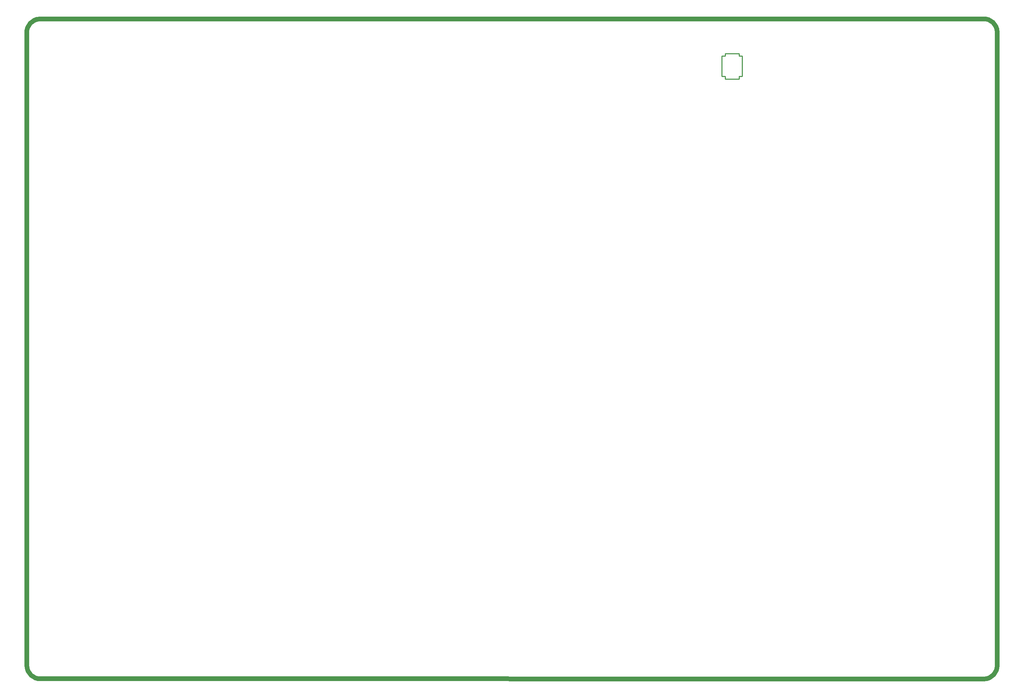
<source format=gm1>
G04*
G04 #@! TF.GenerationSoftware,Altium Limited,Altium Designer,19.1.7 (138)*
G04*
G04 Layer_Color=16711935*
%FSAX25Y25*%
%MOIN*%
G70*
G01*
G75*
%ADD14C,0.01000*%
%ADD95C,0.04724*%
D14*
X0688750Y0592000D02*
Y0594500D01*
X0685500D02*
X0688750D01*
X0685500D02*
Y0614500D01*
X0688750D01*
Y0617000D01*
X0702250D01*
Y0614500D02*
Y0617000D01*
Y0614500D02*
X0705500D01*
Y0594500D02*
Y0614500D01*
X0702250Y0594500D02*
X0705500D01*
X0702250Y0592000D02*
Y0594500D01*
X0688750Y0592000D02*
X0702250D01*
D95*
X0943500Y0002362D02*
G03*
X0956000Y0015862I-0000500J0013000D01*
G01*
X0002500Y0015000D02*
G03*
X0016000Y0002500I0013000J0000500D01*
G01*
X0014872Y0651000D02*
G03*
X0002372Y0637500I0000500J-0013000D01*
G01*
X0956000Y0638628D02*
G03*
X0942500Y0651128I-0013000J-0000500D01*
G01*
X0956000Y0015862D02*
Y0638628D01*
X0016000Y0002500D02*
X0943500Y0002362D01*
X0014872Y0651000D02*
X0942500Y0651128D01*
X0002372Y0637500D02*
X0002500Y0015000D01*
M02*

</source>
